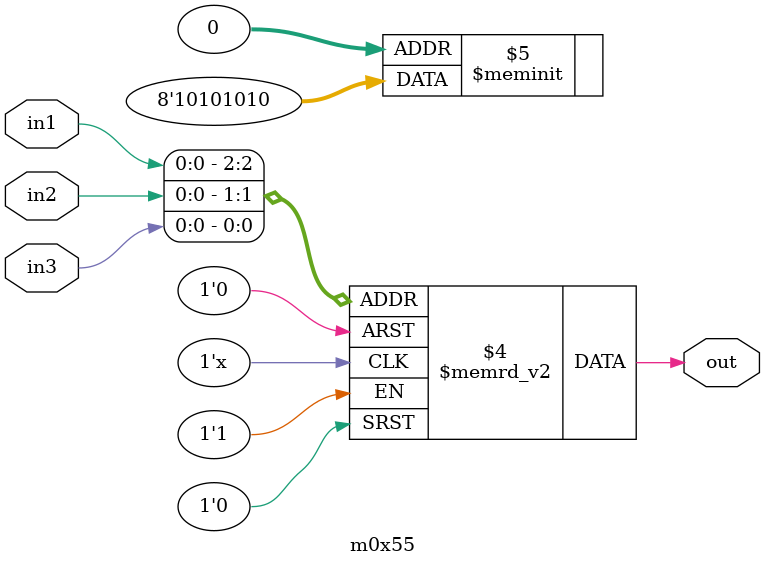
<source format=v>
module m0x55(output out, input in1, in2, in3);

   always @(in1, in2, in3)
     begin
        case({in1, in2, in3})
          3'b000: {out} = 1'b0;
          3'b001: {out} = 1'b1;
          3'b010: {out} = 1'b0;
          3'b011: {out} = 1'b1;
          3'b100: {out} = 1'b0;
          3'b101: {out} = 1'b1;
          3'b110: {out} = 1'b0;
          3'b111: {out} = 1'b1;
        endcase // case ({in1, in2, in3})
     end // always @ (in1, in2, in3)

endmodule // m0x55
</source>
